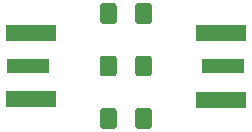
<source format=gts>
%TF.GenerationSoftware,KiCad,Pcbnew,(5.1.10)-1*%
%TF.CreationDate,2021-10-13T20:52:35-04:00*%
%TF.ProjectId,ATTEN1,41545445-4e31-42e6-9b69-6361645f7063,rev?*%
%TF.SameCoordinates,Original*%
%TF.FileFunction,Soldermask,Top*%
%TF.FilePolarity,Negative*%
%FSLAX46Y46*%
G04 Gerber Fmt 4.6, Leading zero omitted, Abs format (unit mm)*
G04 Created by KiCad (PCBNEW (5.1.10)-1) date 2021-10-13 20:52:35*
%MOMM*%
%LPD*%
G01*
G04 APERTURE LIST*
%ADD10R,3.600000X1.270000*%
%ADD11R,4.200000X1.350000*%
G04 APERTURE END LIST*
%TO.C,R1*%
G36*
G01*
X35900000Y-26025000D02*
X35900000Y-24775000D01*
G75*
G02*
X36150000Y-24525000I250000J0D01*
G01*
X37075000Y-24525000D01*
G75*
G02*
X37325000Y-24775000I0J-250000D01*
G01*
X37325000Y-26025000D01*
G75*
G02*
X37075000Y-26275000I-250000J0D01*
G01*
X36150000Y-26275000D01*
G75*
G02*
X35900000Y-26025000I0J250000D01*
G01*
G37*
G36*
G01*
X38875000Y-26025000D02*
X38875000Y-24775000D01*
G75*
G02*
X39125000Y-24525000I250000J0D01*
G01*
X40050000Y-24525000D01*
G75*
G02*
X40300000Y-24775000I0J-250000D01*
G01*
X40300000Y-26025000D01*
G75*
G02*
X40050000Y-26275000I-250000J0D01*
G01*
X39125000Y-26275000D01*
G75*
G02*
X38875000Y-26025000I0J250000D01*
G01*
G37*
%TD*%
%TO.C,R2*%
G36*
G01*
X37325000Y-29220000D02*
X37325000Y-30470000D01*
G75*
G02*
X37075000Y-30720000I-250000J0D01*
G01*
X36150000Y-30720000D01*
G75*
G02*
X35900000Y-30470000I0J250000D01*
G01*
X35900000Y-29220000D01*
G75*
G02*
X36150000Y-28970000I250000J0D01*
G01*
X37075000Y-28970000D01*
G75*
G02*
X37325000Y-29220000I0J-250000D01*
G01*
G37*
G36*
G01*
X40300000Y-29220000D02*
X40300000Y-30470000D01*
G75*
G02*
X40050000Y-30720000I-250000J0D01*
G01*
X39125000Y-30720000D01*
G75*
G02*
X38875000Y-30470000I0J250000D01*
G01*
X38875000Y-29220000D01*
G75*
G02*
X39125000Y-28970000I250000J0D01*
G01*
X40050000Y-28970000D01*
G75*
G02*
X40300000Y-29220000I0J-250000D01*
G01*
G37*
%TD*%
%TO.C,R3*%
G36*
G01*
X40300000Y-33665000D02*
X40300000Y-34915000D01*
G75*
G02*
X40050000Y-35165000I-250000J0D01*
G01*
X39125000Y-35165000D01*
G75*
G02*
X38875000Y-34915000I0J250000D01*
G01*
X38875000Y-33665000D01*
G75*
G02*
X39125000Y-33415000I250000J0D01*
G01*
X40050000Y-33415000D01*
G75*
G02*
X40300000Y-33665000I0J-250000D01*
G01*
G37*
G36*
G01*
X37325000Y-33665000D02*
X37325000Y-34915000D01*
G75*
G02*
X37075000Y-35165000I-250000J0D01*
G01*
X36150000Y-35165000D01*
G75*
G02*
X35900000Y-34915000I0J250000D01*
G01*
X35900000Y-33665000D01*
G75*
G02*
X36150000Y-33415000I250000J0D01*
G01*
X37075000Y-33415000D01*
G75*
G02*
X37325000Y-33665000I0J-250000D01*
G01*
G37*
%TD*%
D10*
%TO.C,P1*%
X29848200Y-29845000D03*
D11*
X30048200Y-32670000D03*
X30048200Y-27020000D03*
%TD*%
%TO.C,P6*%
X46151800Y-32695400D03*
X46151800Y-27045400D03*
D10*
X46351800Y-29870400D03*
%TD*%
M02*

</source>
